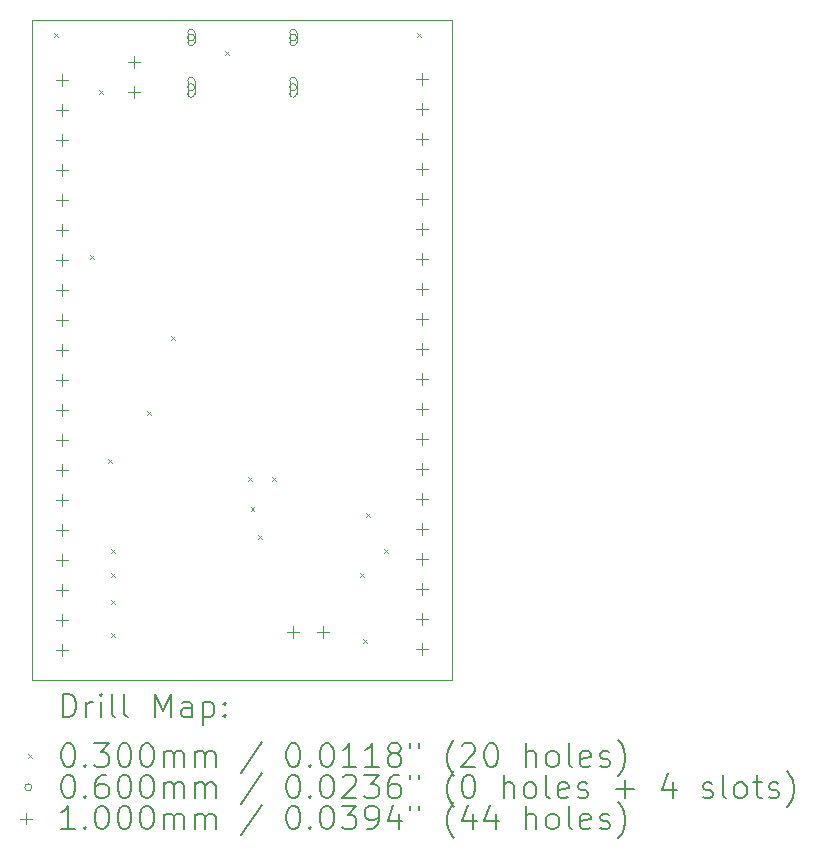
<source format=gbr>
%TF.GenerationSoftware,KiCad,Pcbnew,8.0.2*%
%TF.CreationDate,2024-06-21T23:47:10-04:00*%
%TF.ProjectId,RP2040 Custom,52503230-3430-4204-9375-73746f6d2e6b,rev?*%
%TF.SameCoordinates,Original*%
%TF.FileFunction,Drillmap*%
%TF.FilePolarity,Positive*%
%FSLAX45Y45*%
G04 Gerber Fmt 4.5, Leading zero omitted, Abs format (unit mm)*
G04 Created by KiCad (PCBNEW 8.0.2) date 2024-06-21 23:47:10*
%MOMM*%
%LPD*%
G01*
G04 APERTURE LIST*
%ADD10C,0.050000*%
%ADD11C,0.200000*%
%ADD12C,0.100000*%
G04 APERTURE END LIST*
D10*
X12192000Y-4318000D02*
X15748000Y-4318000D01*
X15748000Y-9906000D01*
X12192000Y-9906000D01*
X12192000Y-4318000D01*
D11*
D12*
X12380200Y-4430000D02*
X12410200Y-4460000D01*
X12410200Y-4430000D02*
X12380200Y-4460000D01*
X12685000Y-6309600D02*
X12715000Y-6339600D01*
X12715000Y-6309600D02*
X12685000Y-6339600D01*
X12761200Y-4912600D02*
X12791200Y-4942600D01*
X12791200Y-4912600D02*
X12761200Y-4942600D01*
X12837400Y-8036800D02*
X12867400Y-8066800D01*
X12867400Y-8036800D02*
X12837400Y-8066800D01*
X12862800Y-8798800D02*
X12892800Y-8828800D01*
X12892800Y-8798800D02*
X12862800Y-8828800D01*
X12862800Y-9002000D02*
X12892800Y-9032000D01*
X12892800Y-9002000D02*
X12862800Y-9032000D01*
X12862800Y-9230600D02*
X12892800Y-9260600D01*
X12892800Y-9230600D02*
X12862800Y-9260600D01*
X12862800Y-9510000D02*
X12892800Y-9540000D01*
X12892800Y-9510000D02*
X12862800Y-9540000D01*
X13167600Y-7630400D02*
X13197600Y-7660400D01*
X13197600Y-7630400D02*
X13167600Y-7660400D01*
X13370800Y-6995400D02*
X13400800Y-7025400D01*
X13400800Y-6995400D02*
X13370800Y-7025400D01*
X13828000Y-4582400D02*
X13858000Y-4612400D01*
X13858000Y-4582400D02*
X13828000Y-4612400D01*
X14022944Y-8188989D02*
X14052944Y-8218989D01*
X14052944Y-8188989D02*
X14022944Y-8218989D01*
X14044750Y-8441000D02*
X14074750Y-8471000D01*
X14074750Y-8441000D02*
X14044750Y-8471000D01*
X14104860Y-8679420D02*
X14134860Y-8709420D01*
X14134860Y-8679420D02*
X14104860Y-8709420D01*
X14224240Y-8189200D02*
X14254240Y-8219200D01*
X14254240Y-8189200D02*
X14224240Y-8219200D01*
X14971000Y-9002000D02*
X15001000Y-9032000D01*
X15001000Y-9002000D02*
X14971000Y-9032000D01*
X14996400Y-9560800D02*
X15026400Y-9590800D01*
X15026400Y-9560800D02*
X14996400Y-9590800D01*
X15021800Y-8494000D02*
X15051800Y-8524000D01*
X15051800Y-8494000D02*
X15021800Y-8524000D01*
X15174200Y-8798800D02*
X15204200Y-8828800D01*
X15204200Y-8798800D02*
X15174200Y-8828800D01*
X15453600Y-4430000D02*
X15483600Y-4460000D01*
X15483600Y-4430000D02*
X15453600Y-4460000D01*
X13568000Y-4464500D02*
G75*
G02*
X13508000Y-4464500I-30000J0D01*
G01*
X13508000Y-4464500D02*
G75*
G02*
X13568000Y-4464500I30000J0D01*
G01*
X13568000Y-4504500D02*
X13568000Y-4424500D01*
X13508000Y-4424500D02*
G75*
G02*
X13568000Y-4424500I30000J0D01*
G01*
X13508000Y-4424500D02*
X13508000Y-4504500D01*
X13508000Y-4504500D02*
G75*
G03*
X13568000Y-4504500I30000J0D01*
G01*
X13568000Y-4884500D02*
G75*
G02*
X13508000Y-4884500I-30000J0D01*
G01*
X13508000Y-4884500D02*
G75*
G02*
X13568000Y-4884500I30000J0D01*
G01*
X13568000Y-4939500D02*
X13568000Y-4829500D01*
X13508000Y-4829500D02*
G75*
G02*
X13568000Y-4829500I30000J0D01*
G01*
X13508000Y-4829500D02*
X13508000Y-4939500D01*
X13508000Y-4939500D02*
G75*
G03*
X13568000Y-4939500I30000J0D01*
G01*
X14432000Y-4464500D02*
G75*
G02*
X14372000Y-4464500I-30000J0D01*
G01*
X14372000Y-4464500D02*
G75*
G02*
X14432000Y-4464500I30000J0D01*
G01*
X14432000Y-4504500D02*
X14432000Y-4424500D01*
X14372000Y-4424500D02*
G75*
G02*
X14432000Y-4424500I30000J0D01*
G01*
X14372000Y-4424500D02*
X14372000Y-4504500D01*
X14372000Y-4504500D02*
G75*
G03*
X14432000Y-4504500I30000J0D01*
G01*
X14432000Y-4884500D02*
G75*
G02*
X14372000Y-4884500I-30000J0D01*
G01*
X14372000Y-4884500D02*
G75*
G02*
X14432000Y-4884500I30000J0D01*
G01*
X14432000Y-4939500D02*
X14432000Y-4829500D01*
X14372000Y-4829500D02*
G75*
G02*
X14432000Y-4829500I30000J0D01*
G01*
X14372000Y-4829500D02*
X14372000Y-4939500D01*
X14372000Y-4939500D02*
G75*
G03*
X14432000Y-4939500I30000J0D01*
G01*
X12446000Y-4776000D02*
X12446000Y-4876000D01*
X12396000Y-4826000D02*
X12496000Y-4826000D01*
X12446000Y-5030000D02*
X12446000Y-5130000D01*
X12396000Y-5080000D02*
X12496000Y-5080000D01*
X12446000Y-5284000D02*
X12446000Y-5384000D01*
X12396000Y-5334000D02*
X12496000Y-5334000D01*
X12446000Y-5538000D02*
X12446000Y-5638000D01*
X12396000Y-5588000D02*
X12496000Y-5588000D01*
X12446000Y-5792000D02*
X12446000Y-5892000D01*
X12396000Y-5842000D02*
X12496000Y-5842000D01*
X12446000Y-6046000D02*
X12446000Y-6146000D01*
X12396000Y-6096000D02*
X12496000Y-6096000D01*
X12446000Y-6300000D02*
X12446000Y-6400000D01*
X12396000Y-6350000D02*
X12496000Y-6350000D01*
X12446000Y-6554000D02*
X12446000Y-6654000D01*
X12396000Y-6604000D02*
X12496000Y-6604000D01*
X12446000Y-6808000D02*
X12446000Y-6908000D01*
X12396000Y-6858000D02*
X12496000Y-6858000D01*
X12446000Y-7062000D02*
X12446000Y-7162000D01*
X12396000Y-7112000D02*
X12496000Y-7112000D01*
X12446000Y-7316000D02*
X12446000Y-7416000D01*
X12396000Y-7366000D02*
X12496000Y-7366000D01*
X12446000Y-7570000D02*
X12446000Y-7670000D01*
X12396000Y-7620000D02*
X12496000Y-7620000D01*
X12446000Y-7824000D02*
X12446000Y-7924000D01*
X12396000Y-7874000D02*
X12496000Y-7874000D01*
X12446000Y-8078000D02*
X12446000Y-8178000D01*
X12396000Y-8128000D02*
X12496000Y-8128000D01*
X12446000Y-8332000D02*
X12446000Y-8432000D01*
X12396000Y-8382000D02*
X12496000Y-8382000D01*
X12446000Y-8586000D02*
X12446000Y-8686000D01*
X12396000Y-8636000D02*
X12496000Y-8636000D01*
X12446000Y-8840000D02*
X12446000Y-8940000D01*
X12396000Y-8890000D02*
X12496000Y-8890000D01*
X12446000Y-9094000D02*
X12446000Y-9194000D01*
X12396000Y-9144000D02*
X12496000Y-9144000D01*
X12446000Y-9348000D02*
X12446000Y-9448000D01*
X12396000Y-9398000D02*
X12496000Y-9398000D01*
X12446000Y-9602000D02*
X12446000Y-9702000D01*
X12396000Y-9652000D02*
X12496000Y-9652000D01*
X13055600Y-4623600D02*
X13055600Y-4723600D01*
X13005600Y-4673600D02*
X13105600Y-4673600D01*
X13055600Y-4877600D02*
X13055600Y-4977600D01*
X13005600Y-4927600D02*
X13105600Y-4927600D01*
X14401800Y-9449600D02*
X14401800Y-9549600D01*
X14351800Y-9499600D02*
X14451800Y-9499600D01*
X14655800Y-9449600D02*
X14655800Y-9549600D01*
X14605800Y-9499600D02*
X14705800Y-9499600D01*
X15494000Y-4763300D02*
X15494000Y-4863300D01*
X15444000Y-4813300D02*
X15544000Y-4813300D01*
X15494000Y-5017300D02*
X15494000Y-5117300D01*
X15444000Y-5067300D02*
X15544000Y-5067300D01*
X15494000Y-5271300D02*
X15494000Y-5371300D01*
X15444000Y-5321300D02*
X15544000Y-5321300D01*
X15494000Y-5525300D02*
X15494000Y-5625300D01*
X15444000Y-5575300D02*
X15544000Y-5575300D01*
X15494000Y-5779300D02*
X15494000Y-5879300D01*
X15444000Y-5829300D02*
X15544000Y-5829300D01*
X15494000Y-6033300D02*
X15494000Y-6133300D01*
X15444000Y-6083300D02*
X15544000Y-6083300D01*
X15494000Y-6287300D02*
X15494000Y-6387300D01*
X15444000Y-6337300D02*
X15544000Y-6337300D01*
X15494000Y-6541300D02*
X15494000Y-6641300D01*
X15444000Y-6591300D02*
X15544000Y-6591300D01*
X15494000Y-6795300D02*
X15494000Y-6895300D01*
X15444000Y-6845300D02*
X15544000Y-6845300D01*
X15494000Y-7049300D02*
X15494000Y-7149300D01*
X15444000Y-7099300D02*
X15544000Y-7099300D01*
X15494000Y-7303300D02*
X15494000Y-7403300D01*
X15444000Y-7353300D02*
X15544000Y-7353300D01*
X15494000Y-7557300D02*
X15494000Y-7657300D01*
X15444000Y-7607300D02*
X15544000Y-7607300D01*
X15494000Y-7811300D02*
X15494000Y-7911300D01*
X15444000Y-7861300D02*
X15544000Y-7861300D01*
X15494000Y-8065300D02*
X15494000Y-8165300D01*
X15444000Y-8115300D02*
X15544000Y-8115300D01*
X15494000Y-8319300D02*
X15494000Y-8419300D01*
X15444000Y-8369300D02*
X15544000Y-8369300D01*
X15494000Y-8573300D02*
X15494000Y-8673300D01*
X15444000Y-8623300D02*
X15544000Y-8623300D01*
X15494000Y-8827300D02*
X15494000Y-8927300D01*
X15444000Y-8877300D02*
X15544000Y-8877300D01*
X15494000Y-9081300D02*
X15494000Y-9181300D01*
X15444000Y-9131300D02*
X15544000Y-9131300D01*
X15494000Y-9335300D02*
X15494000Y-9435300D01*
X15444000Y-9385300D02*
X15544000Y-9385300D01*
X15494000Y-9589300D02*
X15494000Y-9689300D01*
X15444000Y-9639300D02*
X15544000Y-9639300D01*
D11*
X12450277Y-10219984D02*
X12450277Y-10019984D01*
X12450277Y-10019984D02*
X12497896Y-10019984D01*
X12497896Y-10019984D02*
X12526467Y-10029508D01*
X12526467Y-10029508D02*
X12545515Y-10048555D01*
X12545515Y-10048555D02*
X12555039Y-10067603D01*
X12555039Y-10067603D02*
X12564562Y-10105698D01*
X12564562Y-10105698D02*
X12564562Y-10134270D01*
X12564562Y-10134270D02*
X12555039Y-10172365D01*
X12555039Y-10172365D02*
X12545515Y-10191412D01*
X12545515Y-10191412D02*
X12526467Y-10210460D01*
X12526467Y-10210460D02*
X12497896Y-10219984D01*
X12497896Y-10219984D02*
X12450277Y-10219984D01*
X12650277Y-10219984D02*
X12650277Y-10086650D01*
X12650277Y-10124746D02*
X12659801Y-10105698D01*
X12659801Y-10105698D02*
X12669324Y-10096174D01*
X12669324Y-10096174D02*
X12688372Y-10086650D01*
X12688372Y-10086650D02*
X12707420Y-10086650D01*
X12774086Y-10219984D02*
X12774086Y-10086650D01*
X12774086Y-10019984D02*
X12764562Y-10029508D01*
X12764562Y-10029508D02*
X12774086Y-10039031D01*
X12774086Y-10039031D02*
X12783610Y-10029508D01*
X12783610Y-10029508D02*
X12774086Y-10019984D01*
X12774086Y-10019984D02*
X12774086Y-10039031D01*
X12897896Y-10219984D02*
X12878848Y-10210460D01*
X12878848Y-10210460D02*
X12869324Y-10191412D01*
X12869324Y-10191412D02*
X12869324Y-10019984D01*
X13002658Y-10219984D02*
X12983610Y-10210460D01*
X12983610Y-10210460D02*
X12974086Y-10191412D01*
X12974086Y-10191412D02*
X12974086Y-10019984D01*
X13231229Y-10219984D02*
X13231229Y-10019984D01*
X13231229Y-10019984D02*
X13297896Y-10162841D01*
X13297896Y-10162841D02*
X13364562Y-10019984D01*
X13364562Y-10019984D02*
X13364562Y-10219984D01*
X13545515Y-10219984D02*
X13545515Y-10115222D01*
X13545515Y-10115222D02*
X13535991Y-10096174D01*
X13535991Y-10096174D02*
X13516943Y-10086650D01*
X13516943Y-10086650D02*
X13478848Y-10086650D01*
X13478848Y-10086650D02*
X13459801Y-10096174D01*
X13545515Y-10210460D02*
X13526467Y-10219984D01*
X13526467Y-10219984D02*
X13478848Y-10219984D01*
X13478848Y-10219984D02*
X13459801Y-10210460D01*
X13459801Y-10210460D02*
X13450277Y-10191412D01*
X13450277Y-10191412D02*
X13450277Y-10172365D01*
X13450277Y-10172365D02*
X13459801Y-10153317D01*
X13459801Y-10153317D02*
X13478848Y-10143793D01*
X13478848Y-10143793D02*
X13526467Y-10143793D01*
X13526467Y-10143793D02*
X13545515Y-10134270D01*
X13640753Y-10086650D02*
X13640753Y-10286650D01*
X13640753Y-10096174D02*
X13659801Y-10086650D01*
X13659801Y-10086650D02*
X13697896Y-10086650D01*
X13697896Y-10086650D02*
X13716943Y-10096174D01*
X13716943Y-10096174D02*
X13726467Y-10105698D01*
X13726467Y-10105698D02*
X13735991Y-10124746D01*
X13735991Y-10124746D02*
X13735991Y-10181889D01*
X13735991Y-10181889D02*
X13726467Y-10200936D01*
X13726467Y-10200936D02*
X13716943Y-10210460D01*
X13716943Y-10210460D02*
X13697896Y-10219984D01*
X13697896Y-10219984D02*
X13659801Y-10219984D01*
X13659801Y-10219984D02*
X13640753Y-10210460D01*
X13821705Y-10200936D02*
X13831229Y-10210460D01*
X13831229Y-10210460D02*
X13821705Y-10219984D01*
X13821705Y-10219984D02*
X13812182Y-10210460D01*
X13812182Y-10210460D02*
X13821705Y-10200936D01*
X13821705Y-10200936D02*
X13821705Y-10219984D01*
X13821705Y-10096174D02*
X13831229Y-10105698D01*
X13831229Y-10105698D02*
X13821705Y-10115222D01*
X13821705Y-10115222D02*
X13812182Y-10105698D01*
X13812182Y-10105698D02*
X13821705Y-10096174D01*
X13821705Y-10096174D02*
X13821705Y-10115222D01*
D12*
X12159500Y-10533500D02*
X12189500Y-10563500D01*
X12189500Y-10533500D02*
X12159500Y-10563500D01*
D11*
X12488372Y-10439984D02*
X12507420Y-10439984D01*
X12507420Y-10439984D02*
X12526467Y-10449508D01*
X12526467Y-10449508D02*
X12535991Y-10459031D01*
X12535991Y-10459031D02*
X12545515Y-10478079D01*
X12545515Y-10478079D02*
X12555039Y-10516174D01*
X12555039Y-10516174D02*
X12555039Y-10563793D01*
X12555039Y-10563793D02*
X12545515Y-10601889D01*
X12545515Y-10601889D02*
X12535991Y-10620936D01*
X12535991Y-10620936D02*
X12526467Y-10630460D01*
X12526467Y-10630460D02*
X12507420Y-10639984D01*
X12507420Y-10639984D02*
X12488372Y-10639984D01*
X12488372Y-10639984D02*
X12469324Y-10630460D01*
X12469324Y-10630460D02*
X12459801Y-10620936D01*
X12459801Y-10620936D02*
X12450277Y-10601889D01*
X12450277Y-10601889D02*
X12440753Y-10563793D01*
X12440753Y-10563793D02*
X12440753Y-10516174D01*
X12440753Y-10516174D02*
X12450277Y-10478079D01*
X12450277Y-10478079D02*
X12459801Y-10459031D01*
X12459801Y-10459031D02*
X12469324Y-10449508D01*
X12469324Y-10449508D02*
X12488372Y-10439984D01*
X12640753Y-10620936D02*
X12650277Y-10630460D01*
X12650277Y-10630460D02*
X12640753Y-10639984D01*
X12640753Y-10639984D02*
X12631229Y-10630460D01*
X12631229Y-10630460D02*
X12640753Y-10620936D01*
X12640753Y-10620936D02*
X12640753Y-10639984D01*
X12716943Y-10439984D02*
X12840753Y-10439984D01*
X12840753Y-10439984D02*
X12774086Y-10516174D01*
X12774086Y-10516174D02*
X12802658Y-10516174D01*
X12802658Y-10516174D02*
X12821705Y-10525698D01*
X12821705Y-10525698D02*
X12831229Y-10535222D01*
X12831229Y-10535222D02*
X12840753Y-10554270D01*
X12840753Y-10554270D02*
X12840753Y-10601889D01*
X12840753Y-10601889D02*
X12831229Y-10620936D01*
X12831229Y-10620936D02*
X12821705Y-10630460D01*
X12821705Y-10630460D02*
X12802658Y-10639984D01*
X12802658Y-10639984D02*
X12745515Y-10639984D01*
X12745515Y-10639984D02*
X12726467Y-10630460D01*
X12726467Y-10630460D02*
X12716943Y-10620936D01*
X12964562Y-10439984D02*
X12983610Y-10439984D01*
X12983610Y-10439984D02*
X13002658Y-10449508D01*
X13002658Y-10449508D02*
X13012182Y-10459031D01*
X13012182Y-10459031D02*
X13021705Y-10478079D01*
X13021705Y-10478079D02*
X13031229Y-10516174D01*
X13031229Y-10516174D02*
X13031229Y-10563793D01*
X13031229Y-10563793D02*
X13021705Y-10601889D01*
X13021705Y-10601889D02*
X13012182Y-10620936D01*
X13012182Y-10620936D02*
X13002658Y-10630460D01*
X13002658Y-10630460D02*
X12983610Y-10639984D01*
X12983610Y-10639984D02*
X12964562Y-10639984D01*
X12964562Y-10639984D02*
X12945515Y-10630460D01*
X12945515Y-10630460D02*
X12935991Y-10620936D01*
X12935991Y-10620936D02*
X12926467Y-10601889D01*
X12926467Y-10601889D02*
X12916943Y-10563793D01*
X12916943Y-10563793D02*
X12916943Y-10516174D01*
X12916943Y-10516174D02*
X12926467Y-10478079D01*
X12926467Y-10478079D02*
X12935991Y-10459031D01*
X12935991Y-10459031D02*
X12945515Y-10449508D01*
X12945515Y-10449508D02*
X12964562Y-10439984D01*
X13155039Y-10439984D02*
X13174086Y-10439984D01*
X13174086Y-10439984D02*
X13193134Y-10449508D01*
X13193134Y-10449508D02*
X13202658Y-10459031D01*
X13202658Y-10459031D02*
X13212182Y-10478079D01*
X13212182Y-10478079D02*
X13221705Y-10516174D01*
X13221705Y-10516174D02*
X13221705Y-10563793D01*
X13221705Y-10563793D02*
X13212182Y-10601889D01*
X13212182Y-10601889D02*
X13202658Y-10620936D01*
X13202658Y-10620936D02*
X13193134Y-10630460D01*
X13193134Y-10630460D02*
X13174086Y-10639984D01*
X13174086Y-10639984D02*
X13155039Y-10639984D01*
X13155039Y-10639984D02*
X13135991Y-10630460D01*
X13135991Y-10630460D02*
X13126467Y-10620936D01*
X13126467Y-10620936D02*
X13116943Y-10601889D01*
X13116943Y-10601889D02*
X13107420Y-10563793D01*
X13107420Y-10563793D02*
X13107420Y-10516174D01*
X13107420Y-10516174D02*
X13116943Y-10478079D01*
X13116943Y-10478079D02*
X13126467Y-10459031D01*
X13126467Y-10459031D02*
X13135991Y-10449508D01*
X13135991Y-10449508D02*
X13155039Y-10439984D01*
X13307420Y-10639984D02*
X13307420Y-10506650D01*
X13307420Y-10525698D02*
X13316943Y-10516174D01*
X13316943Y-10516174D02*
X13335991Y-10506650D01*
X13335991Y-10506650D02*
X13364563Y-10506650D01*
X13364563Y-10506650D02*
X13383610Y-10516174D01*
X13383610Y-10516174D02*
X13393134Y-10535222D01*
X13393134Y-10535222D02*
X13393134Y-10639984D01*
X13393134Y-10535222D02*
X13402658Y-10516174D01*
X13402658Y-10516174D02*
X13421705Y-10506650D01*
X13421705Y-10506650D02*
X13450277Y-10506650D01*
X13450277Y-10506650D02*
X13469324Y-10516174D01*
X13469324Y-10516174D02*
X13478848Y-10535222D01*
X13478848Y-10535222D02*
X13478848Y-10639984D01*
X13574086Y-10639984D02*
X13574086Y-10506650D01*
X13574086Y-10525698D02*
X13583610Y-10516174D01*
X13583610Y-10516174D02*
X13602658Y-10506650D01*
X13602658Y-10506650D02*
X13631229Y-10506650D01*
X13631229Y-10506650D02*
X13650277Y-10516174D01*
X13650277Y-10516174D02*
X13659801Y-10535222D01*
X13659801Y-10535222D02*
X13659801Y-10639984D01*
X13659801Y-10535222D02*
X13669324Y-10516174D01*
X13669324Y-10516174D02*
X13688372Y-10506650D01*
X13688372Y-10506650D02*
X13716943Y-10506650D01*
X13716943Y-10506650D02*
X13735991Y-10516174D01*
X13735991Y-10516174D02*
X13745515Y-10535222D01*
X13745515Y-10535222D02*
X13745515Y-10639984D01*
X14135991Y-10430460D02*
X13964563Y-10687603D01*
X14393134Y-10439984D02*
X14412182Y-10439984D01*
X14412182Y-10439984D02*
X14431229Y-10449508D01*
X14431229Y-10449508D02*
X14440753Y-10459031D01*
X14440753Y-10459031D02*
X14450277Y-10478079D01*
X14450277Y-10478079D02*
X14459801Y-10516174D01*
X14459801Y-10516174D02*
X14459801Y-10563793D01*
X14459801Y-10563793D02*
X14450277Y-10601889D01*
X14450277Y-10601889D02*
X14440753Y-10620936D01*
X14440753Y-10620936D02*
X14431229Y-10630460D01*
X14431229Y-10630460D02*
X14412182Y-10639984D01*
X14412182Y-10639984D02*
X14393134Y-10639984D01*
X14393134Y-10639984D02*
X14374086Y-10630460D01*
X14374086Y-10630460D02*
X14364563Y-10620936D01*
X14364563Y-10620936D02*
X14355039Y-10601889D01*
X14355039Y-10601889D02*
X14345515Y-10563793D01*
X14345515Y-10563793D02*
X14345515Y-10516174D01*
X14345515Y-10516174D02*
X14355039Y-10478079D01*
X14355039Y-10478079D02*
X14364563Y-10459031D01*
X14364563Y-10459031D02*
X14374086Y-10449508D01*
X14374086Y-10449508D02*
X14393134Y-10439984D01*
X14545515Y-10620936D02*
X14555039Y-10630460D01*
X14555039Y-10630460D02*
X14545515Y-10639984D01*
X14545515Y-10639984D02*
X14535991Y-10630460D01*
X14535991Y-10630460D02*
X14545515Y-10620936D01*
X14545515Y-10620936D02*
X14545515Y-10639984D01*
X14678848Y-10439984D02*
X14697896Y-10439984D01*
X14697896Y-10439984D02*
X14716944Y-10449508D01*
X14716944Y-10449508D02*
X14726467Y-10459031D01*
X14726467Y-10459031D02*
X14735991Y-10478079D01*
X14735991Y-10478079D02*
X14745515Y-10516174D01*
X14745515Y-10516174D02*
X14745515Y-10563793D01*
X14745515Y-10563793D02*
X14735991Y-10601889D01*
X14735991Y-10601889D02*
X14726467Y-10620936D01*
X14726467Y-10620936D02*
X14716944Y-10630460D01*
X14716944Y-10630460D02*
X14697896Y-10639984D01*
X14697896Y-10639984D02*
X14678848Y-10639984D01*
X14678848Y-10639984D02*
X14659801Y-10630460D01*
X14659801Y-10630460D02*
X14650277Y-10620936D01*
X14650277Y-10620936D02*
X14640753Y-10601889D01*
X14640753Y-10601889D02*
X14631229Y-10563793D01*
X14631229Y-10563793D02*
X14631229Y-10516174D01*
X14631229Y-10516174D02*
X14640753Y-10478079D01*
X14640753Y-10478079D02*
X14650277Y-10459031D01*
X14650277Y-10459031D02*
X14659801Y-10449508D01*
X14659801Y-10449508D02*
X14678848Y-10439984D01*
X14935991Y-10639984D02*
X14821706Y-10639984D01*
X14878848Y-10639984D02*
X14878848Y-10439984D01*
X14878848Y-10439984D02*
X14859801Y-10468555D01*
X14859801Y-10468555D02*
X14840753Y-10487603D01*
X14840753Y-10487603D02*
X14821706Y-10497127D01*
X15126467Y-10639984D02*
X15012182Y-10639984D01*
X15069325Y-10639984D02*
X15069325Y-10439984D01*
X15069325Y-10439984D02*
X15050277Y-10468555D01*
X15050277Y-10468555D02*
X15031229Y-10487603D01*
X15031229Y-10487603D02*
X15012182Y-10497127D01*
X15240753Y-10525698D02*
X15221706Y-10516174D01*
X15221706Y-10516174D02*
X15212182Y-10506650D01*
X15212182Y-10506650D02*
X15202658Y-10487603D01*
X15202658Y-10487603D02*
X15202658Y-10478079D01*
X15202658Y-10478079D02*
X15212182Y-10459031D01*
X15212182Y-10459031D02*
X15221706Y-10449508D01*
X15221706Y-10449508D02*
X15240753Y-10439984D01*
X15240753Y-10439984D02*
X15278848Y-10439984D01*
X15278848Y-10439984D02*
X15297896Y-10449508D01*
X15297896Y-10449508D02*
X15307420Y-10459031D01*
X15307420Y-10459031D02*
X15316944Y-10478079D01*
X15316944Y-10478079D02*
X15316944Y-10487603D01*
X15316944Y-10487603D02*
X15307420Y-10506650D01*
X15307420Y-10506650D02*
X15297896Y-10516174D01*
X15297896Y-10516174D02*
X15278848Y-10525698D01*
X15278848Y-10525698D02*
X15240753Y-10525698D01*
X15240753Y-10525698D02*
X15221706Y-10535222D01*
X15221706Y-10535222D02*
X15212182Y-10544746D01*
X15212182Y-10544746D02*
X15202658Y-10563793D01*
X15202658Y-10563793D02*
X15202658Y-10601889D01*
X15202658Y-10601889D02*
X15212182Y-10620936D01*
X15212182Y-10620936D02*
X15221706Y-10630460D01*
X15221706Y-10630460D02*
X15240753Y-10639984D01*
X15240753Y-10639984D02*
X15278848Y-10639984D01*
X15278848Y-10639984D02*
X15297896Y-10630460D01*
X15297896Y-10630460D02*
X15307420Y-10620936D01*
X15307420Y-10620936D02*
X15316944Y-10601889D01*
X15316944Y-10601889D02*
X15316944Y-10563793D01*
X15316944Y-10563793D02*
X15307420Y-10544746D01*
X15307420Y-10544746D02*
X15297896Y-10535222D01*
X15297896Y-10535222D02*
X15278848Y-10525698D01*
X15393134Y-10439984D02*
X15393134Y-10478079D01*
X15469325Y-10439984D02*
X15469325Y-10478079D01*
X15764563Y-10716174D02*
X15755039Y-10706650D01*
X15755039Y-10706650D02*
X15735991Y-10678079D01*
X15735991Y-10678079D02*
X15726468Y-10659031D01*
X15726468Y-10659031D02*
X15716944Y-10630460D01*
X15716944Y-10630460D02*
X15707420Y-10582841D01*
X15707420Y-10582841D02*
X15707420Y-10544746D01*
X15707420Y-10544746D02*
X15716944Y-10497127D01*
X15716944Y-10497127D02*
X15726468Y-10468555D01*
X15726468Y-10468555D02*
X15735991Y-10449508D01*
X15735991Y-10449508D02*
X15755039Y-10420936D01*
X15755039Y-10420936D02*
X15764563Y-10411412D01*
X15831229Y-10459031D02*
X15840753Y-10449508D01*
X15840753Y-10449508D02*
X15859801Y-10439984D01*
X15859801Y-10439984D02*
X15907420Y-10439984D01*
X15907420Y-10439984D02*
X15926468Y-10449508D01*
X15926468Y-10449508D02*
X15935991Y-10459031D01*
X15935991Y-10459031D02*
X15945515Y-10478079D01*
X15945515Y-10478079D02*
X15945515Y-10497127D01*
X15945515Y-10497127D02*
X15935991Y-10525698D01*
X15935991Y-10525698D02*
X15821706Y-10639984D01*
X15821706Y-10639984D02*
X15945515Y-10639984D01*
X16069325Y-10439984D02*
X16088372Y-10439984D01*
X16088372Y-10439984D02*
X16107420Y-10449508D01*
X16107420Y-10449508D02*
X16116944Y-10459031D01*
X16116944Y-10459031D02*
X16126468Y-10478079D01*
X16126468Y-10478079D02*
X16135991Y-10516174D01*
X16135991Y-10516174D02*
X16135991Y-10563793D01*
X16135991Y-10563793D02*
X16126468Y-10601889D01*
X16126468Y-10601889D02*
X16116944Y-10620936D01*
X16116944Y-10620936D02*
X16107420Y-10630460D01*
X16107420Y-10630460D02*
X16088372Y-10639984D01*
X16088372Y-10639984D02*
X16069325Y-10639984D01*
X16069325Y-10639984D02*
X16050277Y-10630460D01*
X16050277Y-10630460D02*
X16040753Y-10620936D01*
X16040753Y-10620936D02*
X16031229Y-10601889D01*
X16031229Y-10601889D02*
X16021706Y-10563793D01*
X16021706Y-10563793D02*
X16021706Y-10516174D01*
X16021706Y-10516174D02*
X16031229Y-10478079D01*
X16031229Y-10478079D02*
X16040753Y-10459031D01*
X16040753Y-10459031D02*
X16050277Y-10449508D01*
X16050277Y-10449508D02*
X16069325Y-10439984D01*
X16374087Y-10639984D02*
X16374087Y-10439984D01*
X16459801Y-10639984D02*
X16459801Y-10535222D01*
X16459801Y-10535222D02*
X16450277Y-10516174D01*
X16450277Y-10516174D02*
X16431230Y-10506650D01*
X16431230Y-10506650D02*
X16402658Y-10506650D01*
X16402658Y-10506650D02*
X16383610Y-10516174D01*
X16383610Y-10516174D02*
X16374087Y-10525698D01*
X16583610Y-10639984D02*
X16564563Y-10630460D01*
X16564563Y-10630460D02*
X16555039Y-10620936D01*
X16555039Y-10620936D02*
X16545515Y-10601889D01*
X16545515Y-10601889D02*
X16545515Y-10544746D01*
X16545515Y-10544746D02*
X16555039Y-10525698D01*
X16555039Y-10525698D02*
X16564563Y-10516174D01*
X16564563Y-10516174D02*
X16583610Y-10506650D01*
X16583610Y-10506650D02*
X16612182Y-10506650D01*
X16612182Y-10506650D02*
X16631230Y-10516174D01*
X16631230Y-10516174D02*
X16640753Y-10525698D01*
X16640753Y-10525698D02*
X16650277Y-10544746D01*
X16650277Y-10544746D02*
X16650277Y-10601889D01*
X16650277Y-10601889D02*
X16640753Y-10620936D01*
X16640753Y-10620936D02*
X16631230Y-10630460D01*
X16631230Y-10630460D02*
X16612182Y-10639984D01*
X16612182Y-10639984D02*
X16583610Y-10639984D01*
X16764563Y-10639984D02*
X16745515Y-10630460D01*
X16745515Y-10630460D02*
X16735991Y-10611412D01*
X16735991Y-10611412D02*
X16735991Y-10439984D01*
X16916944Y-10630460D02*
X16897896Y-10639984D01*
X16897896Y-10639984D02*
X16859801Y-10639984D01*
X16859801Y-10639984D02*
X16840753Y-10630460D01*
X16840753Y-10630460D02*
X16831230Y-10611412D01*
X16831230Y-10611412D02*
X16831230Y-10535222D01*
X16831230Y-10535222D02*
X16840753Y-10516174D01*
X16840753Y-10516174D02*
X16859801Y-10506650D01*
X16859801Y-10506650D02*
X16897896Y-10506650D01*
X16897896Y-10506650D02*
X16916944Y-10516174D01*
X16916944Y-10516174D02*
X16926468Y-10535222D01*
X16926468Y-10535222D02*
X16926468Y-10554270D01*
X16926468Y-10554270D02*
X16831230Y-10573317D01*
X17002658Y-10630460D02*
X17021706Y-10639984D01*
X17021706Y-10639984D02*
X17059801Y-10639984D01*
X17059801Y-10639984D02*
X17078849Y-10630460D01*
X17078849Y-10630460D02*
X17088373Y-10611412D01*
X17088373Y-10611412D02*
X17088373Y-10601889D01*
X17088373Y-10601889D02*
X17078849Y-10582841D01*
X17078849Y-10582841D02*
X17059801Y-10573317D01*
X17059801Y-10573317D02*
X17031230Y-10573317D01*
X17031230Y-10573317D02*
X17012182Y-10563793D01*
X17012182Y-10563793D02*
X17002658Y-10544746D01*
X17002658Y-10544746D02*
X17002658Y-10535222D01*
X17002658Y-10535222D02*
X17012182Y-10516174D01*
X17012182Y-10516174D02*
X17031230Y-10506650D01*
X17031230Y-10506650D02*
X17059801Y-10506650D01*
X17059801Y-10506650D02*
X17078849Y-10516174D01*
X17155039Y-10716174D02*
X17164563Y-10706650D01*
X17164563Y-10706650D02*
X17183611Y-10678079D01*
X17183611Y-10678079D02*
X17193134Y-10659031D01*
X17193134Y-10659031D02*
X17202658Y-10630460D01*
X17202658Y-10630460D02*
X17212182Y-10582841D01*
X17212182Y-10582841D02*
X17212182Y-10544746D01*
X17212182Y-10544746D02*
X17202658Y-10497127D01*
X17202658Y-10497127D02*
X17193134Y-10468555D01*
X17193134Y-10468555D02*
X17183611Y-10449508D01*
X17183611Y-10449508D02*
X17164563Y-10420936D01*
X17164563Y-10420936D02*
X17155039Y-10411412D01*
D12*
X12189500Y-10812500D02*
G75*
G02*
X12129500Y-10812500I-30000J0D01*
G01*
X12129500Y-10812500D02*
G75*
G02*
X12189500Y-10812500I30000J0D01*
G01*
D11*
X12488372Y-10703984D02*
X12507420Y-10703984D01*
X12507420Y-10703984D02*
X12526467Y-10713508D01*
X12526467Y-10713508D02*
X12535991Y-10723031D01*
X12535991Y-10723031D02*
X12545515Y-10742079D01*
X12545515Y-10742079D02*
X12555039Y-10780174D01*
X12555039Y-10780174D02*
X12555039Y-10827793D01*
X12555039Y-10827793D02*
X12545515Y-10865889D01*
X12545515Y-10865889D02*
X12535991Y-10884936D01*
X12535991Y-10884936D02*
X12526467Y-10894460D01*
X12526467Y-10894460D02*
X12507420Y-10903984D01*
X12507420Y-10903984D02*
X12488372Y-10903984D01*
X12488372Y-10903984D02*
X12469324Y-10894460D01*
X12469324Y-10894460D02*
X12459801Y-10884936D01*
X12459801Y-10884936D02*
X12450277Y-10865889D01*
X12450277Y-10865889D02*
X12440753Y-10827793D01*
X12440753Y-10827793D02*
X12440753Y-10780174D01*
X12440753Y-10780174D02*
X12450277Y-10742079D01*
X12450277Y-10742079D02*
X12459801Y-10723031D01*
X12459801Y-10723031D02*
X12469324Y-10713508D01*
X12469324Y-10713508D02*
X12488372Y-10703984D01*
X12640753Y-10884936D02*
X12650277Y-10894460D01*
X12650277Y-10894460D02*
X12640753Y-10903984D01*
X12640753Y-10903984D02*
X12631229Y-10894460D01*
X12631229Y-10894460D02*
X12640753Y-10884936D01*
X12640753Y-10884936D02*
X12640753Y-10903984D01*
X12821705Y-10703984D02*
X12783610Y-10703984D01*
X12783610Y-10703984D02*
X12764562Y-10713508D01*
X12764562Y-10713508D02*
X12755039Y-10723031D01*
X12755039Y-10723031D02*
X12735991Y-10751603D01*
X12735991Y-10751603D02*
X12726467Y-10789698D01*
X12726467Y-10789698D02*
X12726467Y-10865889D01*
X12726467Y-10865889D02*
X12735991Y-10884936D01*
X12735991Y-10884936D02*
X12745515Y-10894460D01*
X12745515Y-10894460D02*
X12764562Y-10903984D01*
X12764562Y-10903984D02*
X12802658Y-10903984D01*
X12802658Y-10903984D02*
X12821705Y-10894460D01*
X12821705Y-10894460D02*
X12831229Y-10884936D01*
X12831229Y-10884936D02*
X12840753Y-10865889D01*
X12840753Y-10865889D02*
X12840753Y-10818270D01*
X12840753Y-10818270D02*
X12831229Y-10799222D01*
X12831229Y-10799222D02*
X12821705Y-10789698D01*
X12821705Y-10789698D02*
X12802658Y-10780174D01*
X12802658Y-10780174D02*
X12764562Y-10780174D01*
X12764562Y-10780174D02*
X12745515Y-10789698D01*
X12745515Y-10789698D02*
X12735991Y-10799222D01*
X12735991Y-10799222D02*
X12726467Y-10818270D01*
X12964562Y-10703984D02*
X12983610Y-10703984D01*
X12983610Y-10703984D02*
X13002658Y-10713508D01*
X13002658Y-10713508D02*
X13012182Y-10723031D01*
X13012182Y-10723031D02*
X13021705Y-10742079D01*
X13021705Y-10742079D02*
X13031229Y-10780174D01*
X13031229Y-10780174D02*
X13031229Y-10827793D01*
X13031229Y-10827793D02*
X13021705Y-10865889D01*
X13021705Y-10865889D02*
X13012182Y-10884936D01*
X13012182Y-10884936D02*
X13002658Y-10894460D01*
X13002658Y-10894460D02*
X12983610Y-10903984D01*
X12983610Y-10903984D02*
X12964562Y-10903984D01*
X12964562Y-10903984D02*
X12945515Y-10894460D01*
X12945515Y-10894460D02*
X12935991Y-10884936D01*
X12935991Y-10884936D02*
X12926467Y-10865889D01*
X12926467Y-10865889D02*
X12916943Y-10827793D01*
X12916943Y-10827793D02*
X12916943Y-10780174D01*
X12916943Y-10780174D02*
X12926467Y-10742079D01*
X12926467Y-10742079D02*
X12935991Y-10723031D01*
X12935991Y-10723031D02*
X12945515Y-10713508D01*
X12945515Y-10713508D02*
X12964562Y-10703984D01*
X13155039Y-10703984D02*
X13174086Y-10703984D01*
X13174086Y-10703984D02*
X13193134Y-10713508D01*
X13193134Y-10713508D02*
X13202658Y-10723031D01*
X13202658Y-10723031D02*
X13212182Y-10742079D01*
X13212182Y-10742079D02*
X13221705Y-10780174D01*
X13221705Y-10780174D02*
X13221705Y-10827793D01*
X13221705Y-10827793D02*
X13212182Y-10865889D01*
X13212182Y-10865889D02*
X13202658Y-10884936D01*
X13202658Y-10884936D02*
X13193134Y-10894460D01*
X13193134Y-10894460D02*
X13174086Y-10903984D01*
X13174086Y-10903984D02*
X13155039Y-10903984D01*
X13155039Y-10903984D02*
X13135991Y-10894460D01*
X13135991Y-10894460D02*
X13126467Y-10884936D01*
X13126467Y-10884936D02*
X13116943Y-10865889D01*
X13116943Y-10865889D02*
X13107420Y-10827793D01*
X13107420Y-10827793D02*
X13107420Y-10780174D01*
X13107420Y-10780174D02*
X13116943Y-10742079D01*
X13116943Y-10742079D02*
X13126467Y-10723031D01*
X13126467Y-10723031D02*
X13135991Y-10713508D01*
X13135991Y-10713508D02*
X13155039Y-10703984D01*
X13307420Y-10903984D02*
X13307420Y-10770650D01*
X13307420Y-10789698D02*
X13316943Y-10780174D01*
X13316943Y-10780174D02*
X13335991Y-10770650D01*
X13335991Y-10770650D02*
X13364563Y-10770650D01*
X13364563Y-10770650D02*
X13383610Y-10780174D01*
X13383610Y-10780174D02*
X13393134Y-10799222D01*
X13393134Y-10799222D02*
X13393134Y-10903984D01*
X13393134Y-10799222D02*
X13402658Y-10780174D01*
X13402658Y-10780174D02*
X13421705Y-10770650D01*
X13421705Y-10770650D02*
X13450277Y-10770650D01*
X13450277Y-10770650D02*
X13469324Y-10780174D01*
X13469324Y-10780174D02*
X13478848Y-10799222D01*
X13478848Y-10799222D02*
X13478848Y-10903984D01*
X13574086Y-10903984D02*
X13574086Y-10770650D01*
X13574086Y-10789698D02*
X13583610Y-10780174D01*
X13583610Y-10780174D02*
X13602658Y-10770650D01*
X13602658Y-10770650D02*
X13631229Y-10770650D01*
X13631229Y-10770650D02*
X13650277Y-10780174D01*
X13650277Y-10780174D02*
X13659801Y-10799222D01*
X13659801Y-10799222D02*
X13659801Y-10903984D01*
X13659801Y-10799222D02*
X13669324Y-10780174D01*
X13669324Y-10780174D02*
X13688372Y-10770650D01*
X13688372Y-10770650D02*
X13716943Y-10770650D01*
X13716943Y-10770650D02*
X13735991Y-10780174D01*
X13735991Y-10780174D02*
X13745515Y-10799222D01*
X13745515Y-10799222D02*
X13745515Y-10903984D01*
X14135991Y-10694460D02*
X13964563Y-10951603D01*
X14393134Y-10703984D02*
X14412182Y-10703984D01*
X14412182Y-10703984D02*
X14431229Y-10713508D01*
X14431229Y-10713508D02*
X14440753Y-10723031D01*
X14440753Y-10723031D02*
X14450277Y-10742079D01*
X14450277Y-10742079D02*
X14459801Y-10780174D01*
X14459801Y-10780174D02*
X14459801Y-10827793D01*
X14459801Y-10827793D02*
X14450277Y-10865889D01*
X14450277Y-10865889D02*
X14440753Y-10884936D01*
X14440753Y-10884936D02*
X14431229Y-10894460D01*
X14431229Y-10894460D02*
X14412182Y-10903984D01*
X14412182Y-10903984D02*
X14393134Y-10903984D01*
X14393134Y-10903984D02*
X14374086Y-10894460D01*
X14374086Y-10894460D02*
X14364563Y-10884936D01*
X14364563Y-10884936D02*
X14355039Y-10865889D01*
X14355039Y-10865889D02*
X14345515Y-10827793D01*
X14345515Y-10827793D02*
X14345515Y-10780174D01*
X14345515Y-10780174D02*
X14355039Y-10742079D01*
X14355039Y-10742079D02*
X14364563Y-10723031D01*
X14364563Y-10723031D02*
X14374086Y-10713508D01*
X14374086Y-10713508D02*
X14393134Y-10703984D01*
X14545515Y-10884936D02*
X14555039Y-10894460D01*
X14555039Y-10894460D02*
X14545515Y-10903984D01*
X14545515Y-10903984D02*
X14535991Y-10894460D01*
X14535991Y-10894460D02*
X14545515Y-10884936D01*
X14545515Y-10884936D02*
X14545515Y-10903984D01*
X14678848Y-10703984D02*
X14697896Y-10703984D01*
X14697896Y-10703984D02*
X14716944Y-10713508D01*
X14716944Y-10713508D02*
X14726467Y-10723031D01*
X14726467Y-10723031D02*
X14735991Y-10742079D01*
X14735991Y-10742079D02*
X14745515Y-10780174D01*
X14745515Y-10780174D02*
X14745515Y-10827793D01*
X14745515Y-10827793D02*
X14735991Y-10865889D01*
X14735991Y-10865889D02*
X14726467Y-10884936D01*
X14726467Y-10884936D02*
X14716944Y-10894460D01*
X14716944Y-10894460D02*
X14697896Y-10903984D01*
X14697896Y-10903984D02*
X14678848Y-10903984D01*
X14678848Y-10903984D02*
X14659801Y-10894460D01*
X14659801Y-10894460D02*
X14650277Y-10884936D01*
X14650277Y-10884936D02*
X14640753Y-10865889D01*
X14640753Y-10865889D02*
X14631229Y-10827793D01*
X14631229Y-10827793D02*
X14631229Y-10780174D01*
X14631229Y-10780174D02*
X14640753Y-10742079D01*
X14640753Y-10742079D02*
X14650277Y-10723031D01*
X14650277Y-10723031D02*
X14659801Y-10713508D01*
X14659801Y-10713508D02*
X14678848Y-10703984D01*
X14821706Y-10723031D02*
X14831229Y-10713508D01*
X14831229Y-10713508D02*
X14850277Y-10703984D01*
X14850277Y-10703984D02*
X14897896Y-10703984D01*
X14897896Y-10703984D02*
X14916944Y-10713508D01*
X14916944Y-10713508D02*
X14926467Y-10723031D01*
X14926467Y-10723031D02*
X14935991Y-10742079D01*
X14935991Y-10742079D02*
X14935991Y-10761127D01*
X14935991Y-10761127D02*
X14926467Y-10789698D01*
X14926467Y-10789698D02*
X14812182Y-10903984D01*
X14812182Y-10903984D02*
X14935991Y-10903984D01*
X15002658Y-10703984D02*
X15126467Y-10703984D01*
X15126467Y-10703984D02*
X15059801Y-10780174D01*
X15059801Y-10780174D02*
X15088372Y-10780174D01*
X15088372Y-10780174D02*
X15107420Y-10789698D01*
X15107420Y-10789698D02*
X15116944Y-10799222D01*
X15116944Y-10799222D02*
X15126467Y-10818270D01*
X15126467Y-10818270D02*
X15126467Y-10865889D01*
X15126467Y-10865889D02*
X15116944Y-10884936D01*
X15116944Y-10884936D02*
X15107420Y-10894460D01*
X15107420Y-10894460D02*
X15088372Y-10903984D01*
X15088372Y-10903984D02*
X15031229Y-10903984D01*
X15031229Y-10903984D02*
X15012182Y-10894460D01*
X15012182Y-10894460D02*
X15002658Y-10884936D01*
X15297896Y-10703984D02*
X15259801Y-10703984D01*
X15259801Y-10703984D02*
X15240753Y-10713508D01*
X15240753Y-10713508D02*
X15231229Y-10723031D01*
X15231229Y-10723031D02*
X15212182Y-10751603D01*
X15212182Y-10751603D02*
X15202658Y-10789698D01*
X15202658Y-10789698D02*
X15202658Y-10865889D01*
X15202658Y-10865889D02*
X15212182Y-10884936D01*
X15212182Y-10884936D02*
X15221706Y-10894460D01*
X15221706Y-10894460D02*
X15240753Y-10903984D01*
X15240753Y-10903984D02*
X15278848Y-10903984D01*
X15278848Y-10903984D02*
X15297896Y-10894460D01*
X15297896Y-10894460D02*
X15307420Y-10884936D01*
X15307420Y-10884936D02*
X15316944Y-10865889D01*
X15316944Y-10865889D02*
X15316944Y-10818270D01*
X15316944Y-10818270D02*
X15307420Y-10799222D01*
X15307420Y-10799222D02*
X15297896Y-10789698D01*
X15297896Y-10789698D02*
X15278848Y-10780174D01*
X15278848Y-10780174D02*
X15240753Y-10780174D01*
X15240753Y-10780174D02*
X15221706Y-10789698D01*
X15221706Y-10789698D02*
X15212182Y-10799222D01*
X15212182Y-10799222D02*
X15202658Y-10818270D01*
X15393134Y-10703984D02*
X15393134Y-10742079D01*
X15469325Y-10703984D02*
X15469325Y-10742079D01*
X15764563Y-10980174D02*
X15755039Y-10970650D01*
X15755039Y-10970650D02*
X15735991Y-10942079D01*
X15735991Y-10942079D02*
X15726468Y-10923031D01*
X15726468Y-10923031D02*
X15716944Y-10894460D01*
X15716944Y-10894460D02*
X15707420Y-10846841D01*
X15707420Y-10846841D02*
X15707420Y-10808746D01*
X15707420Y-10808746D02*
X15716944Y-10761127D01*
X15716944Y-10761127D02*
X15726468Y-10732555D01*
X15726468Y-10732555D02*
X15735991Y-10713508D01*
X15735991Y-10713508D02*
X15755039Y-10684936D01*
X15755039Y-10684936D02*
X15764563Y-10675412D01*
X15878848Y-10703984D02*
X15897896Y-10703984D01*
X15897896Y-10703984D02*
X15916944Y-10713508D01*
X15916944Y-10713508D02*
X15926468Y-10723031D01*
X15926468Y-10723031D02*
X15935991Y-10742079D01*
X15935991Y-10742079D02*
X15945515Y-10780174D01*
X15945515Y-10780174D02*
X15945515Y-10827793D01*
X15945515Y-10827793D02*
X15935991Y-10865889D01*
X15935991Y-10865889D02*
X15926468Y-10884936D01*
X15926468Y-10884936D02*
X15916944Y-10894460D01*
X15916944Y-10894460D02*
X15897896Y-10903984D01*
X15897896Y-10903984D02*
X15878848Y-10903984D01*
X15878848Y-10903984D02*
X15859801Y-10894460D01*
X15859801Y-10894460D02*
X15850277Y-10884936D01*
X15850277Y-10884936D02*
X15840753Y-10865889D01*
X15840753Y-10865889D02*
X15831229Y-10827793D01*
X15831229Y-10827793D02*
X15831229Y-10780174D01*
X15831229Y-10780174D02*
X15840753Y-10742079D01*
X15840753Y-10742079D02*
X15850277Y-10723031D01*
X15850277Y-10723031D02*
X15859801Y-10713508D01*
X15859801Y-10713508D02*
X15878848Y-10703984D01*
X16183610Y-10903984D02*
X16183610Y-10703984D01*
X16269325Y-10903984D02*
X16269325Y-10799222D01*
X16269325Y-10799222D02*
X16259801Y-10780174D01*
X16259801Y-10780174D02*
X16240753Y-10770650D01*
X16240753Y-10770650D02*
X16212182Y-10770650D01*
X16212182Y-10770650D02*
X16193134Y-10780174D01*
X16193134Y-10780174D02*
X16183610Y-10789698D01*
X16393134Y-10903984D02*
X16374087Y-10894460D01*
X16374087Y-10894460D02*
X16364563Y-10884936D01*
X16364563Y-10884936D02*
X16355039Y-10865889D01*
X16355039Y-10865889D02*
X16355039Y-10808746D01*
X16355039Y-10808746D02*
X16364563Y-10789698D01*
X16364563Y-10789698D02*
X16374087Y-10780174D01*
X16374087Y-10780174D02*
X16393134Y-10770650D01*
X16393134Y-10770650D02*
X16421706Y-10770650D01*
X16421706Y-10770650D02*
X16440753Y-10780174D01*
X16440753Y-10780174D02*
X16450277Y-10789698D01*
X16450277Y-10789698D02*
X16459801Y-10808746D01*
X16459801Y-10808746D02*
X16459801Y-10865889D01*
X16459801Y-10865889D02*
X16450277Y-10884936D01*
X16450277Y-10884936D02*
X16440753Y-10894460D01*
X16440753Y-10894460D02*
X16421706Y-10903984D01*
X16421706Y-10903984D02*
X16393134Y-10903984D01*
X16574087Y-10903984D02*
X16555039Y-10894460D01*
X16555039Y-10894460D02*
X16545515Y-10875412D01*
X16545515Y-10875412D02*
X16545515Y-10703984D01*
X16726468Y-10894460D02*
X16707420Y-10903984D01*
X16707420Y-10903984D02*
X16669325Y-10903984D01*
X16669325Y-10903984D02*
X16650277Y-10894460D01*
X16650277Y-10894460D02*
X16640753Y-10875412D01*
X16640753Y-10875412D02*
X16640753Y-10799222D01*
X16640753Y-10799222D02*
X16650277Y-10780174D01*
X16650277Y-10780174D02*
X16669325Y-10770650D01*
X16669325Y-10770650D02*
X16707420Y-10770650D01*
X16707420Y-10770650D02*
X16726468Y-10780174D01*
X16726468Y-10780174D02*
X16735991Y-10799222D01*
X16735991Y-10799222D02*
X16735991Y-10818270D01*
X16735991Y-10818270D02*
X16640753Y-10837317D01*
X16812182Y-10894460D02*
X16831230Y-10903984D01*
X16831230Y-10903984D02*
X16869325Y-10903984D01*
X16869325Y-10903984D02*
X16888373Y-10894460D01*
X16888373Y-10894460D02*
X16897896Y-10875412D01*
X16897896Y-10875412D02*
X16897896Y-10865889D01*
X16897896Y-10865889D02*
X16888373Y-10846841D01*
X16888373Y-10846841D02*
X16869325Y-10837317D01*
X16869325Y-10837317D02*
X16840753Y-10837317D01*
X16840753Y-10837317D02*
X16821706Y-10827793D01*
X16821706Y-10827793D02*
X16812182Y-10808746D01*
X16812182Y-10808746D02*
X16812182Y-10799222D01*
X16812182Y-10799222D02*
X16821706Y-10780174D01*
X16821706Y-10780174D02*
X16840753Y-10770650D01*
X16840753Y-10770650D02*
X16869325Y-10770650D01*
X16869325Y-10770650D02*
X16888373Y-10780174D01*
X17135992Y-10827793D02*
X17288373Y-10827793D01*
X17212182Y-10903984D02*
X17212182Y-10751603D01*
X17621706Y-10770650D02*
X17621706Y-10903984D01*
X17574087Y-10694460D02*
X17526468Y-10837317D01*
X17526468Y-10837317D02*
X17650277Y-10837317D01*
X17869325Y-10894460D02*
X17888373Y-10903984D01*
X17888373Y-10903984D02*
X17926468Y-10903984D01*
X17926468Y-10903984D02*
X17945516Y-10894460D01*
X17945516Y-10894460D02*
X17955039Y-10875412D01*
X17955039Y-10875412D02*
X17955039Y-10865889D01*
X17955039Y-10865889D02*
X17945516Y-10846841D01*
X17945516Y-10846841D02*
X17926468Y-10837317D01*
X17926468Y-10837317D02*
X17897896Y-10837317D01*
X17897896Y-10837317D02*
X17878849Y-10827793D01*
X17878849Y-10827793D02*
X17869325Y-10808746D01*
X17869325Y-10808746D02*
X17869325Y-10799222D01*
X17869325Y-10799222D02*
X17878849Y-10780174D01*
X17878849Y-10780174D02*
X17897896Y-10770650D01*
X17897896Y-10770650D02*
X17926468Y-10770650D01*
X17926468Y-10770650D02*
X17945516Y-10780174D01*
X18069325Y-10903984D02*
X18050277Y-10894460D01*
X18050277Y-10894460D02*
X18040754Y-10875412D01*
X18040754Y-10875412D02*
X18040754Y-10703984D01*
X18174087Y-10903984D02*
X18155039Y-10894460D01*
X18155039Y-10894460D02*
X18145516Y-10884936D01*
X18145516Y-10884936D02*
X18135992Y-10865889D01*
X18135992Y-10865889D02*
X18135992Y-10808746D01*
X18135992Y-10808746D02*
X18145516Y-10789698D01*
X18145516Y-10789698D02*
X18155039Y-10780174D01*
X18155039Y-10780174D02*
X18174087Y-10770650D01*
X18174087Y-10770650D02*
X18202658Y-10770650D01*
X18202658Y-10770650D02*
X18221706Y-10780174D01*
X18221706Y-10780174D02*
X18231230Y-10789698D01*
X18231230Y-10789698D02*
X18240754Y-10808746D01*
X18240754Y-10808746D02*
X18240754Y-10865889D01*
X18240754Y-10865889D02*
X18231230Y-10884936D01*
X18231230Y-10884936D02*
X18221706Y-10894460D01*
X18221706Y-10894460D02*
X18202658Y-10903984D01*
X18202658Y-10903984D02*
X18174087Y-10903984D01*
X18297897Y-10770650D02*
X18374087Y-10770650D01*
X18326468Y-10703984D02*
X18326468Y-10875412D01*
X18326468Y-10875412D02*
X18335992Y-10894460D01*
X18335992Y-10894460D02*
X18355039Y-10903984D01*
X18355039Y-10903984D02*
X18374087Y-10903984D01*
X18431230Y-10894460D02*
X18450277Y-10903984D01*
X18450277Y-10903984D02*
X18488373Y-10903984D01*
X18488373Y-10903984D02*
X18507420Y-10894460D01*
X18507420Y-10894460D02*
X18516944Y-10875412D01*
X18516944Y-10875412D02*
X18516944Y-10865889D01*
X18516944Y-10865889D02*
X18507420Y-10846841D01*
X18507420Y-10846841D02*
X18488373Y-10837317D01*
X18488373Y-10837317D02*
X18459801Y-10837317D01*
X18459801Y-10837317D02*
X18440754Y-10827793D01*
X18440754Y-10827793D02*
X18431230Y-10808746D01*
X18431230Y-10808746D02*
X18431230Y-10799222D01*
X18431230Y-10799222D02*
X18440754Y-10780174D01*
X18440754Y-10780174D02*
X18459801Y-10770650D01*
X18459801Y-10770650D02*
X18488373Y-10770650D01*
X18488373Y-10770650D02*
X18507420Y-10780174D01*
X18583611Y-10980174D02*
X18593135Y-10970650D01*
X18593135Y-10970650D02*
X18612182Y-10942079D01*
X18612182Y-10942079D02*
X18621706Y-10923031D01*
X18621706Y-10923031D02*
X18631230Y-10894460D01*
X18631230Y-10894460D02*
X18640754Y-10846841D01*
X18640754Y-10846841D02*
X18640754Y-10808746D01*
X18640754Y-10808746D02*
X18631230Y-10761127D01*
X18631230Y-10761127D02*
X18621706Y-10732555D01*
X18621706Y-10732555D02*
X18612182Y-10713508D01*
X18612182Y-10713508D02*
X18593135Y-10684936D01*
X18593135Y-10684936D02*
X18583611Y-10675412D01*
D12*
X12139500Y-11026500D02*
X12139500Y-11126500D01*
X12089500Y-11076500D02*
X12189500Y-11076500D01*
D11*
X12555039Y-11167984D02*
X12440753Y-11167984D01*
X12497896Y-11167984D02*
X12497896Y-10967984D01*
X12497896Y-10967984D02*
X12478848Y-10996555D01*
X12478848Y-10996555D02*
X12459801Y-11015603D01*
X12459801Y-11015603D02*
X12440753Y-11025127D01*
X12640753Y-11148936D02*
X12650277Y-11158460D01*
X12650277Y-11158460D02*
X12640753Y-11167984D01*
X12640753Y-11167984D02*
X12631229Y-11158460D01*
X12631229Y-11158460D02*
X12640753Y-11148936D01*
X12640753Y-11148936D02*
X12640753Y-11167984D01*
X12774086Y-10967984D02*
X12793134Y-10967984D01*
X12793134Y-10967984D02*
X12812182Y-10977508D01*
X12812182Y-10977508D02*
X12821705Y-10987031D01*
X12821705Y-10987031D02*
X12831229Y-11006079D01*
X12831229Y-11006079D02*
X12840753Y-11044174D01*
X12840753Y-11044174D02*
X12840753Y-11091793D01*
X12840753Y-11091793D02*
X12831229Y-11129889D01*
X12831229Y-11129889D02*
X12821705Y-11148936D01*
X12821705Y-11148936D02*
X12812182Y-11158460D01*
X12812182Y-11158460D02*
X12793134Y-11167984D01*
X12793134Y-11167984D02*
X12774086Y-11167984D01*
X12774086Y-11167984D02*
X12755039Y-11158460D01*
X12755039Y-11158460D02*
X12745515Y-11148936D01*
X12745515Y-11148936D02*
X12735991Y-11129889D01*
X12735991Y-11129889D02*
X12726467Y-11091793D01*
X12726467Y-11091793D02*
X12726467Y-11044174D01*
X12726467Y-11044174D02*
X12735991Y-11006079D01*
X12735991Y-11006079D02*
X12745515Y-10987031D01*
X12745515Y-10987031D02*
X12755039Y-10977508D01*
X12755039Y-10977508D02*
X12774086Y-10967984D01*
X12964562Y-10967984D02*
X12983610Y-10967984D01*
X12983610Y-10967984D02*
X13002658Y-10977508D01*
X13002658Y-10977508D02*
X13012182Y-10987031D01*
X13012182Y-10987031D02*
X13021705Y-11006079D01*
X13021705Y-11006079D02*
X13031229Y-11044174D01*
X13031229Y-11044174D02*
X13031229Y-11091793D01*
X13031229Y-11091793D02*
X13021705Y-11129889D01*
X13021705Y-11129889D02*
X13012182Y-11148936D01*
X13012182Y-11148936D02*
X13002658Y-11158460D01*
X13002658Y-11158460D02*
X12983610Y-11167984D01*
X12983610Y-11167984D02*
X12964562Y-11167984D01*
X12964562Y-11167984D02*
X12945515Y-11158460D01*
X12945515Y-11158460D02*
X12935991Y-11148936D01*
X12935991Y-11148936D02*
X12926467Y-11129889D01*
X12926467Y-11129889D02*
X12916943Y-11091793D01*
X12916943Y-11091793D02*
X12916943Y-11044174D01*
X12916943Y-11044174D02*
X12926467Y-11006079D01*
X12926467Y-11006079D02*
X12935991Y-10987031D01*
X12935991Y-10987031D02*
X12945515Y-10977508D01*
X12945515Y-10977508D02*
X12964562Y-10967984D01*
X13155039Y-10967984D02*
X13174086Y-10967984D01*
X13174086Y-10967984D02*
X13193134Y-10977508D01*
X13193134Y-10977508D02*
X13202658Y-10987031D01*
X13202658Y-10987031D02*
X13212182Y-11006079D01*
X13212182Y-11006079D02*
X13221705Y-11044174D01*
X13221705Y-11044174D02*
X13221705Y-11091793D01*
X13221705Y-11091793D02*
X13212182Y-11129889D01*
X13212182Y-11129889D02*
X13202658Y-11148936D01*
X13202658Y-11148936D02*
X13193134Y-11158460D01*
X13193134Y-11158460D02*
X13174086Y-11167984D01*
X13174086Y-11167984D02*
X13155039Y-11167984D01*
X13155039Y-11167984D02*
X13135991Y-11158460D01*
X13135991Y-11158460D02*
X13126467Y-11148936D01*
X13126467Y-11148936D02*
X13116943Y-11129889D01*
X13116943Y-11129889D02*
X13107420Y-11091793D01*
X13107420Y-11091793D02*
X13107420Y-11044174D01*
X13107420Y-11044174D02*
X13116943Y-11006079D01*
X13116943Y-11006079D02*
X13126467Y-10987031D01*
X13126467Y-10987031D02*
X13135991Y-10977508D01*
X13135991Y-10977508D02*
X13155039Y-10967984D01*
X13307420Y-11167984D02*
X13307420Y-11034650D01*
X13307420Y-11053698D02*
X13316943Y-11044174D01*
X13316943Y-11044174D02*
X13335991Y-11034650D01*
X13335991Y-11034650D02*
X13364563Y-11034650D01*
X13364563Y-11034650D02*
X13383610Y-11044174D01*
X13383610Y-11044174D02*
X13393134Y-11063222D01*
X13393134Y-11063222D02*
X13393134Y-11167984D01*
X13393134Y-11063222D02*
X13402658Y-11044174D01*
X13402658Y-11044174D02*
X13421705Y-11034650D01*
X13421705Y-11034650D02*
X13450277Y-11034650D01*
X13450277Y-11034650D02*
X13469324Y-11044174D01*
X13469324Y-11044174D02*
X13478848Y-11063222D01*
X13478848Y-11063222D02*
X13478848Y-11167984D01*
X13574086Y-11167984D02*
X13574086Y-11034650D01*
X13574086Y-11053698D02*
X13583610Y-11044174D01*
X13583610Y-11044174D02*
X13602658Y-11034650D01*
X13602658Y-11034650D02*
X13631229Y-11034650D01*
X13631229Y-11034650D02*
X13650277Y-11044174D01*
X13650277Y-11044174D02*
X13659801Y-11063222D01*
X13659801Y-11063222D02*
X13659801Y-11167984D01*
X13659801Y-11063222D02*
X13669324Y-11044174D01*
X13669324Y-11044174D02*
X13688372Y-11034650D01*
X13688372Y-11034650D02*
X13716943Y-11034650D01*
X13716943Y-11034650D02*
X13735991Y-11044174D01*
X13735991Y-11044174D02*
X13745515Y-11063222D01*
X13745515Y-11063222D02*
X13745515Y-11167984D01*
X14135991Y-10958460D02*
X13964563Y-11215603D01*
X14393134Y-10967984D02*
X14412182Y-10967984D01*
X14412182Y-10967984D02*
X14431229Y-10977508D01*
X14431229Y-10977508D02*
X14440753Y-10987031D01*
X14440753Y-10987031D02*
X14450277Y-11006079D01*
X14450277Y-11006079D02*
X14459801Y-11044174D01*
X14459801Y-11044174D02*
X14459801Y-11091793D01*
X14459801Y-11091793D02*
X14450277Y-11129889D01*
X14450277Y-11129889D02*
X14440753Y-11148936D01*
X14440753Y-11148936D02*
X14431229Y-11158460D01*
X14431229Y-11158460D02*
X14412182Y-11167984D01*
X14412182Y-11167984D02*
X14393134Y-11167984D01*
X14393134Y-11167984D02*
X14374086Y-11158460D01*
X14374086Y-11158460D02*
X14364563Y-11148936D01*
X14364563Y-11148936D02*
X14355039Y-11129889D01*
X14355039Y-11129889D02*
X14345515Y-11091793D01*
X14345515Y-11091793D02*
X14345515Y-11044174D01*
X14345515Y-11044174D02*
X14355039Y-11006079D01*
X14355039Y-11006079D02*
X14364563Y-10987031D01*
X14364563Y-10987031D02*
X14374086Y-10977508D01*
X14374086Y-10977508D02*
X14393134Y-10967984D01*
X14545515Y-11148936D02*
X14555039Y-11158460D01*
X14555039Y-11158460D02*
X14545515Y-11167984D01*
X14545515Y-11167984D02*
X14535991Y-11158460D01*
X14535991Y-11158460D02*
X14545515Y-11148936D01*
X14545515Y-11148936D02*
X14545515Y-11167984D01*
X14678848Y-10967984D02*
X14697896Y-10967984D01*
X14697896Y-10967984D02*
X14716944Y-10977508D01*
X14716944Y-10977508D02*
X14726467Y-10987031D01*
X14726467Y-10987031D02*
X14735991Y-11006079D01*
X14735991Y-11006079D02*
X14745515Y-11044174D01*
X14745515Y-11044174D02*
X14745515Y-11091793D01*
X14745515Y-11091793D02*
X14735991Y-11129889D01*
X14735991Y-11129889D02*
X14726467Y-11148936D01*
X14726467Y-11148936D02*
X14716944Y-11158460D01*
X14716944Y-11158460D02*
X14697896Y-11167984D01*
X14697896Y-11167984D02*
X14678848Y-11167984D01*
X14678848Y-11167984D02*
X14659801Y-11158460D01*
X14659801Y-11158460D02*
X14650277Y-11148936D01*
X14650277Y-11148936D02*
X14640753Y-11129889D01*
X14640753Y-11129889D02*
X14631229Y-11091793D01*
X14631229Y-11091793D02*
X14631229Y-11044174D01*
X14631229Y-11044174D02*
X14640753Y-11006079D01*
X14640753Y-11006079D02*
X14650277Y-10987031D01*
X14650277Y-10987031D02*
X14659801Y-10977508D01*
X14659801Y-10977508D02*
X14678848Y-10967984D01*
X14812182Y-10967984D02*
X14935991Y-10967984D01*
X14935991Y-10967984D02*
X14869325Y-11044174D01*
X14869325Y-11044174D02*
X14897896Y-11044174D01*
X14897896Y-11044174D02*
X14916944Y-11053698D01*
X14916944Y-11053698D02*
X14926467Y-11063222D01*
X14926467Y-11063222D02*
X14935991Y-11082270D01*
X14935991Y-11082270D02*
X14935991Y-11129889D01*
X14935991Y-11129889D02*
X14926467Y-11148936D01*
X14926467Y-11148936D02*
X14916944Y-11158460D01*
X14916944Y-11158460D02*
X14897896Y-11167984D01*
X14897896Y-11167984D02*
X14840753Y-11167984D01*
X14840753Y-11167984D02*
X14821706Y-11158460D01*
X14821706Y-11158460D02*
X14812182Y-11148936D01*
X15031229Y-11167984D02*
X15069325Y-11167984D01*
X15069325Y-11167984D02*
X15088372Y-11158460D01*
X15088372Y-11158460D02*
X15097896Y-11148936D01*
X15097896Y-11148936D02*
X15116944Y-11120365D01*
X15116944Y-11120365D02*
X15126467Y-11082270D01*
X15126467Y-11082270D02*
X15126467Y-11006079D01*
X15126467Y-11006079D02*
X15116944Y-10987031D01*
X15116944Y-10987031D02*
X15107420Y-10977508D01*
X15107420Y-10977508D02*
X15088372Y-10967984D01*
X15088372Y-10967984D02*
X15050277Y-10967984D01*
X15050277Y-10967984D02*
X15031229Y-10977508D01*
X15031229Y-10977508D02*
X15021706Y-10987031D01*
X15021706Y-10987031D02*
X15012182Y-11006079D01*
X15012182Y-11006079D02*
X15012182Y-11053698D01*
X15012182Y-11053698D02*
X15021706Y-11072746D01*
X15021706Y-11072746D02*
X15031229Y-11082270D01*
X15031229Y-11082270D02*
X15050277Y-11091793D01*
X15050277Y-11091793D02*
X15088372Y-11091793D01*
X15088372Y-11091793D02*
X15107420Y-11082270D01*
X15107420Y-11082270D02*
X15116944Y-11072746D01*
X15116944Y-11072746D02*
X15126467Y-11053698D01*
X15297896Y-11034650D02*
X15297896Y-11167984D01*
X15250277Y-10958460D02*
X15202658Y-11101317D01*
X15202658Y-11101317D02*
X15326467Y-11101317D01*
X15393134Y-10967984D02*
X15393134Y-11006079D01*
X15469325Y-10967984D02*
X15469325Y-11006079D01*
X15764563Y-11244174D02*
X15755039Y-11234650D01*
X15755039Y-11234650D02*
X15735991Y-11206079D01*
X15735991Y-11206079D02*
X15726468Y-11187031D01*
X15726468Y-11187031D02*
X15716944Y-11158460D01*
X15716944Y-11158460D02*
X15707420Y-11110841D01*
X15707420Y-11110841D02*
X15707420Y-11072746D01*
X15707420Y-11072746D02*
X15716944Y-11025127D01*
X15716944Y-11025127D02*
X15726468Y-10996555D01*
X15726468Y-10996555D02*
X15735991Y-10977508D01*
X15735991Y-10977508D02*
X15755039Y-10948936D01*
X15755039Y-10948936D02*
X15764563Y-10939412D01*
X15926468Y-11034650D02*
X15926468Y-11167984D01*
X15878848Y-10958460D02*
X15831229Y-11101317D01*
X15831229Y-11101317D02*
X15955039Y-11101317D01*
X16116944Y-11034650D02*
X16116944Y-11167984D01*
X16069325Y-10958460D02*
X16021706Y-11101317D01*
X16021706Y-11101317D02*
X16145515Y-11101317D01*
X16374087Y-11167984D02*
X16374087Y-10967984D01*
X16459801Y-11167984D02*
X16459801Y-11063222D01*
X16459801Y-11063222D02*
X16450277Y-11044174D01*
X16450277Y-11044174D02*
X16431230Y-11034650D01*
X16431230Y-11034650D02*
X16402658Y-11034650D01*
X16402658Y-11034650D02*
X16383610Y-11044174D01*
X16383610Y-11044174D02*
X16374087Y-11053698D01*
X16583610Y-11167984D02*
X16564563Y-11158460D01*
X16564563Y-11158460D02*
X16555039Y-11148936D01*
X16555039Y-11148936D02*
X16545515Y-11129889D01*
X16545515Y-11129889D02*
X16545515Y-11072746D01*
X16545515Y-11072746D02*
X16555039Y-11053698D01*
X16555039Y-11053698D02*
X16564563Y-11044174D01*
X16564563Y-11044174D02*
X16583610Y-11034650D01*
X16583610Y-11034650D02*
X16612182Y-11034650D01*
X16612182Y-11034650D02*
X16631230Y-11044174D01*
X16631230Y-11044174D02*
X16640753Y-11053698D01*
X16640753Y-11053698D02*
X16650277Y-11072746D01*
X16650277Y-11072746D02*
X16650277Y-11129889D01*
X16650277Y-11129889D02*
X16640753Y-11148936D01*
X16640753Y-11148936D02*
X16631230Y-11158460D01*
X16631230Y-11158460D02*
X16612182Y-11167984D01*
X16612182Y-11167984D02*
X16583610Y-11167984D01*
X16764563Y-11167984D02*
X16745515Y-11158460D01*
X16745515Y-11158460D02*
X16735991Y-11139412D01*
X16735991Y-11139412D02*
X16735991Y-10967984D01*
X16916944Y-11158460D02*
X16897896Y-11167984D01*
X16897896Y-11167984D02*
X16859801Y-11167984D01*
X16859801Y-11167984D02*
X16840753Y-11158460D01*
X16840753Y-11158460D02*
X16831230Y-11139412D01*
X16831230Y-11139412D02*
X16831230Y-11063222D01*
X16831230Y-11063222D02*
X16840753Y-11044174D01*
X16840753Y-11044174D02*
X16859801Y-11034650D01*
X16859801Y-11034650D02*
X16897896Y-11034650D01*
X16897896Y-11034650D02*
X16916944Y-11044174D01*
X16916944Y-11044174D02*
X16926468Y-11063222D01*
X16926468Y-11063222D02*
X16926468Y-11082270D01*
X16926468Y-11082270D02*
X16831230Y-11101317D01*
X17002658Y-11158460D02*
X17021706Y-11167984D01*
X17021706Y-11167984D02*
X17059801Y-11167984D01*
X17059801Y-11167984D02*
X17078849Y-11158460D01*
X17078849Y-11158460D02*
X17088373Y-11139412D01*
X17088373Y-11139412D02*
X17088373Y-11129889D01*
X17088373Y-11129889D02*
X17078849Y-11110841D01*
X17078849Y-11110841D02*
X17059801Y-11101317D01*
X17059801Y-11101317D02*
X17031230Y-11101317D01*
X17031230Y-11101317D02*
X17012182Y-11091793D01*
X17012182Y-11091793D02*
X17002658Y-11072746D01*
X17002658Y-11072746D02*
X17002658Y-11063222D01*
X17002658Y-11063222D02*
X17012182Y-11044174D01*
X17012182Y-11044174D02*
X17031230Y-11034650D01*
X17031230Y-11034650D02*
X17059801Y-11034650D01*
X17059801Y-11034650D02*
X17078849Y-11044174D01*
X17155039Y-11244174D02*
X17164563Y-11234650D01*
X17164563Y-11234650D02*
X17183611Y-11206079D01*
X17183611Y-11206079D02*
X17193134Y-11187031D01*
X17193134Y-11187031D02*
X17202658Y-11158460D01*
X17202658Y-11158460D02*
X17212182Y-11110841D01*
X17212182Y-11110841D02*
X17212182Y-11072746D01*
X17212182Y-11072746D02*
X17202658Y-11025127D01*
X17202658Y-11025127D02*
X17193134Y-10996555D01*
X17193134Y-10996555D02*
X17183611Y-10977508D01*
X17183611Y-10977508D02*
X17164563Y-10948936D01*
X17164563Y-10948936D02*
X17155039Y-10939412D01*
M02*

</source>
